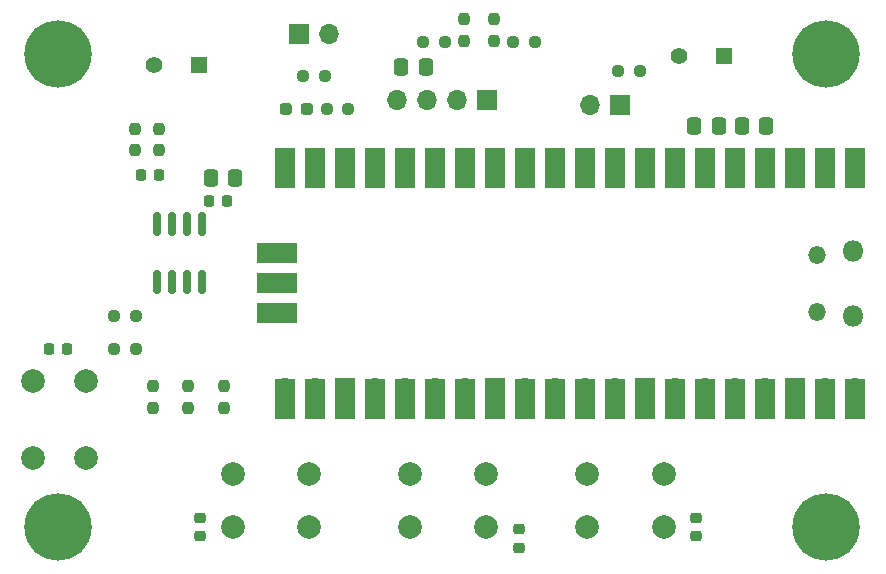
<source format=gbr>
%TF.GenerationSoftware,KiCad,Pcbnew,(6.0.5)*%
%TF.CreationDate,2022-09-22T22:10:40-04:00*%
%TF.ProjectId,HotplateController,486f7470-6c61-4746-9543-6f6e74726f6c,rev?*%
%TF.SameCoordinates,Original*%
%TF.FileFunction,Soldermask,Bot*%
%TF.FilePolarity,Negative*%
%FSLAX46Y46*%
G04 Gerber Fmt 4.6, Leading zero omitted, Abs format (unit mm)*
G04 Created by KiCad (PCBNEW (6.0.5)) date 2022-09-22 22:10:40*
%MOMM*%
%LPD*%
G01*
G04 APERTURE LIST*
G04 Aperture macros list*
%AMRoundRect*
0 Rectangle with rounded corners*
0 $1 Rounding radius*
0 $2 $3 $4 $5 $6 $7 $8 $9 X,Y pos of 4 corners*
0 Add a 4 corners polygon primitive as box body*
4,1,4,$2,$3,$4,$5,$6,$7,$8,$9,$2,$3,0*
0 Add four circle primitives for the rounded corners*
1,1,$1+$1,$2,$3*
1,1,$1+$1,$4,$5*
1,1,$1+$1,$6,$7*
1,1,$1+$1,$8,$9*
0 Add four rect primitives between the rounded corners*
20,1,$1+$1,$2,$3,$4,$5,0*
20,1,$1+$1,$4,$5,$6,$7,0*
20,1,$1+$1,$6,$7,$8,$9,0*
20,1,$1+$1,$8,$9,$2,$3,0*%
G04 Aperture macros list end*
%ADD10C,5.700000*%
%ADD11C,2.000000*%
%ADD12RoundRect,0.225000X-0.250000X0.225000X-0.250000X-0.225000X0.250000X-0.225000X0.250000X0.225000X0*%
%ADD13R,1.400000X1.400000*%
%ADD14C,1.400000*%
%ADD15RoundRect,0.250000X0.337500X0.475000X-0.337500X0.475000X-0.337500X-0.475000X0.337500X-0.475000X0*%
%ADD16RoundRect,0.237500X0.237500X-0.250000X0.237500X0.250000X-0.237500X0.250000X-0.237500X-0.250000X0*%
%ADD17O,1.500000X1.500000*%
%ADD18O,1.800000X1.800000*%
%ADD19R,1.700000X3.500000*%
%ADD20O,1.700000X1.700000*%
%ADD21R,1.700000X1.700000*%
%ADD22R,3.500000X1.700000*%
%ADD23RoundRect,0.237500X-0.237500X0.250000X-0.237500X-0.250000X0.237500X-0.250000X0.237500X0.250000X0*%
%ADD24RoundRect,0.237500X-0.250000X-0.237500X0.250000X-0.237500X0.250000X0.237500X-0.250000X0.237500X0*%
%ADD25RoundRect,0.225000X0.225000X0.250000X-0.225000X0.250000X-0.225000X-0.250000X0.225000X-0.250000X0*%
%ADD26RoundRect,0.237500X0.250000X0.237500X-0.250000X0.237500X-0.250000X-0.237500X0.250000X-0.237500X0*%
%ADD27RoundRect,0.225000X-0.225000X-0.250000X0.225000X-0.250000X0.225000X0.250000X-0.225000X0.250000X0*%
%ADD28RoundRect,0.150000X-0.150000X0.825000X-0.150000X-0.825000X0.150000X-0.825000X0.150000X0.825000X0*%
%ADD29RoundRect,0.237500X0.287500X0.237500X-0.287500X0.237500X-0.287500X-0.237500X0.287500X-0.237500X0*%
%ADD30RoundRect,0.250000X-0.337500X-0.475000X0.337500X-0.475000X0.337500X0.475000X-0.337500X0.475000X0*%
G04 APERTURE END LIST*
D10*
%TO.C,H2*%
X55800000Y-121200000D03*
%TD*%
%TO.C,H3*%
X120800000Y-81200000D03*
%TD*%
%TO.C,H1*%
X55800000Y-81200000D03*
%TD*%
D11*
%TO.C,SW1*%
X100550000Y-121200000D03*
X107050000Y-121200000D03*
X107050000Y-116700000D03*
X100550000Y-116700000D03*
%TD*%
D10*
%TO.C,H4*%
X120800000Y-121200000D03*
%TD*%
D11*
%TO.C,SW2*%
X85550000Y-121200000D03*
X92050000Y-121200000D03*
X92050000Y-116700000D03*
X85550000Y-116700000D03*
%TD*%
%TO.C,SW3*%
X70550000Y-121200000D03*
X77050000Y-121200000D03*
X70550000Y-116700000D03*
X77050000Y-116700000D03*
%TD*%
D12*
%TO.C,C9*%
X67800000Y-120425000D03*
X67800000Y-121975000D03*
%TD*%
D13*
%TO.C,J5*%
X112141000Y-81325000D03*
D14*
X108331000Y-81325000D03*
%TD*%
D15*
%TO.C,C3*%
X70800000Y-91700000D03*
X68725000Y-91700000D03*
%TD*%
D16*
%TO.C,R8*%
X66800000Y-111112500D03*
X66800000Y-109287500D03*
%TD*%
D17*
%TO.C,U2*%
X120070000Y-103025000D03*
X120070000Y-98175000D03*
D18*
X123100000Y-103325000D03*
X123100000Y-97875000D03*
D19*
X123230000Y-110390000D03*
D20*
X123230000Y-109490000D03*
D19*
X120690000Y-110390000D03*
D20*
X120690000Y-109490000D03*
D21*
X118150000Y-109490000D03*
D19*
X118150000Y-110390000D03*
D20*
X115610000Y-109490000D03*
D19*
X115610000Y-110390000D03*
X113070000Y-110390000D03*
D20*
X113070000Y-109490000D03*
D19*
X110530000Y-110390000D03*
D20*
X110530000Y-109490000D03*
D19*
X107990000Y-110390000D03*
D20*
X107990000Y-109490000D03*
D21*
X105450000Y-109490000D03*
D19*
X105450000Y-110390000D03*
D20*
X102910000Y-109490000D03*
D19*
X102910000Y-110390000D03*
X100370000Y-110390000D03*
D20*
X100370000Y-109490000D03*
X97830000Y-109490000D03*
D19*
X97830000Y-110390000D03*
X95290000Y-110390000D03*
D20*
X95290000Y-109490000D03*
D21*
X92750000Y-109490000D03*
D19*
X92750000Y-110390000D03*
X90210000Y-110390000D03*
D20*
X90210000Y-109490000D03*
D19*
X87670000Y-110390000D03*
D20*
X87670000Y-109490000D03*
D19*
X85130000Y-110390000D03*
D20*
X85130000Y-109490000D03*
D19*
X82590000Y-110390000D03*
D20*
X82590000Y-109490000D03*
D21*
X80050000Y-109490000D03*
D19*
X80050000Y-110390000D03*
D20*
X77510000Y-109490000D03*
D19*
X77510000Y-110390000D03*
D20*
X74970000Y-109490000D03*
D19*
X74970000Y-110390000D03*
X74970000Y-90810000D03*
D20*
X74970000Y-91710000D03*
X77510000Y-91710000D03*
D19*
X77510000Y-90810000D03*
X80050000Y-90810000D03*
D21*
X80050000Y-91710000D03*
D19*
X82590000Y-90810000D03*
D20*
X82590000Y-91710000D03*
D19*
X85130000Y-90810000D03*
D20*
X85130000Y-91710000D03*
D19*
X87670000Y-90810000D03*
D20*
X87670000Y-91710000D03*
D19*
X90210000Y-90810000D03*
D20*
X90210000Y-91710000D03*
D21*
X92750000Y-91710000D03*
D19*
X92750000Y-90810000D03*
D20*
X95290000Y-91710000D03*
D19*
X95290000Y-90810000D03*
D20*
X97830000Y-91710000D03*
D19*
X97830000Y-90810000D03*
D20*
X100370000Y-91710000D03*
D19*
X100370000Y-90810000D03*
D20*
X102910000Y-91710000D03*
D19*
X102910000Y-90810000D03*
X105450000Y-90810000D03*
D21*
X105450000Y-91710000D03*
D19*
X107990000Y-90810000D03*
D20*
X107990000Y-91710000D03*
D19*
X110530000Y-90810000D03*
D20*
X110530000Y-91710000D03*
D19*
X113070000Y-90810000D03*
D20*
X113070000Y-91710000D03*
X115610000Y-91710000D03*
D19*
X115610000Y-90810000D03*
D21*
X118150000Y-91710000D03*
D19*
X118150000Y-90810000D03*
X120690000Y-90810000D03*
D20*
X120690000Y-91710000D03*
X123230000Y-91710000D03*
D19*
X123230000Y-90810000D03*
D22*
X74300000Y-103140000D03*
D20*
X75200000Y-103140000D03*
D21*
X75200000Y-100600000D03*
D22*
X74300000Y-100600000D03*
D20*
X75200000Y-98060000D03*
D22*
X74300000Y-98060000D03*
%TD*%
D21*
%TO.C,J3*%
X103375000Y-85500000D03*
D20*
X100835000Y-85500000D03*
%TD*%
D23*
%TO.C,R2*%
X62300000Y-87500000D03*
X62300000Y-89325000D03*
%TD*%
D16*
%TO.C,R6*%
X69800000Y-111112500D03*
X69800000Y-109287500D03*
%TD*%
D24*
%TO.C,R14*%
X78544072Y-85852000D03*
X80369072Y-85852000D03*
%TD*%
D12*
%TO.C,C7*%
X109800000Y-120425000D03*
X109800000Y-121975000D03*
%TD*%
D25*
%TO.C,C10*%
X56575000Y-106200000D03*
X55025000Y-106200000D03*
%TD*%
D21*
%TO.C,J4*%
X76195000Y-79502000D03*
D20*
X78735000Y-79502000D03*
%TD*%
D24*
%TO.C,R9*%
X86717500Y-80160500D03*
X88542500Y-80160500D03*
%TD*%
D15*
%TO.C,C4*%
X86889500Y-82296000D03*
X84814500Y-82296000D03*
%TD*%
%TO.C,C5*%
X111700000Y-87300000D03*
X109625000Y-87300000D03*
%TD*%
D16*
%TO.C,R11*%
X90170000Y-80057000D03*
X90170000Y-78232000D03*
%TD*%
D24*
%TO.C,R12*%
X76552500Y-83058000D03*
X78377500Y-83058000D03*
%TD*%
%TO.C,R4*%
X60555500Y-103378000D03*
X62380500Y-103378000D03*
%TD*%
D26*
%TO.C,R5*%
X96162500Y-80160500D03*
X94337500Y-80160500D03*
%TD*%
D21*
%TO.C,J2*%
X92100000Y-85100000D03*
D20*
X89560000Y-85100000D03*
X87020000Y-85100000D03*
X84480000Y-85100000D03*
%TD*%
D27*
%TO.C,C2*%
X68525000Y-93600000D03*
X70075000Y-93600000D03*
%TD*%
D12*
%TO.C,C8*%
X94800000Y-121425000D03*
X94800000Y-122975000D03*
%TD*%
D13*
%TO.C,J1*%
X67705000Y-82087000D03*
D14*
X63895000Y-82087000D03*
%TD*%
D16*
%TO.C,R7*%
X63800000Y-111112500D03*
X63800000Y-109287500D03*
%TD*%
D26*
%TO.C,R13*%
X105012500Y-82600000D03*
X103187500Y-82600000D03*
%TD*%
D16*
%TO.C,R10*%
X92710000Y-80057000D03*
X92710000Y-78232000D03*
%TD*%
D28*
%TO.C,U1*%
X64148000Y-95569000D03*
X65418000Y-95569000D03*
X66688000Y-95569000D03*
X67958000Y-95569000D03*
X67958000Y-100519000D03*
X66688000Y-100519000D03*
X65418000Y-100519000D03*
X64148000Y-100519000D03*
%TD*%
D25*
%TO.C,C1*%
X64328000Y-91460500D03*
X62778000Y-91460500D03*
%TD*%
D29*
%TO.C,D1*%
X76816000Y-85852000D03*
X75066000Y-85852000D03*
%TD*%
D11*
%TO.C,SW4*%
X53650000Y-108900000D03*
X53650000Y-115400000D03*
X58150000Y-115400000D03*
X58150000Y-108900000D03*
%TD*%
D30*
%TO.C,C6*%
X113662500Y-87300000D03*
X115737500Y-87300000D03*
%TD*%
D24*
%TO.C,R3*%
X60555500Y-106172000D03*
X62380500Y-106172000D03*
%TD*%
D23*
%TO.C,R1*%
X64300000Y-87500000D03*
X64300000Y-89325000D03*
%TD*%
M02*

</source>
